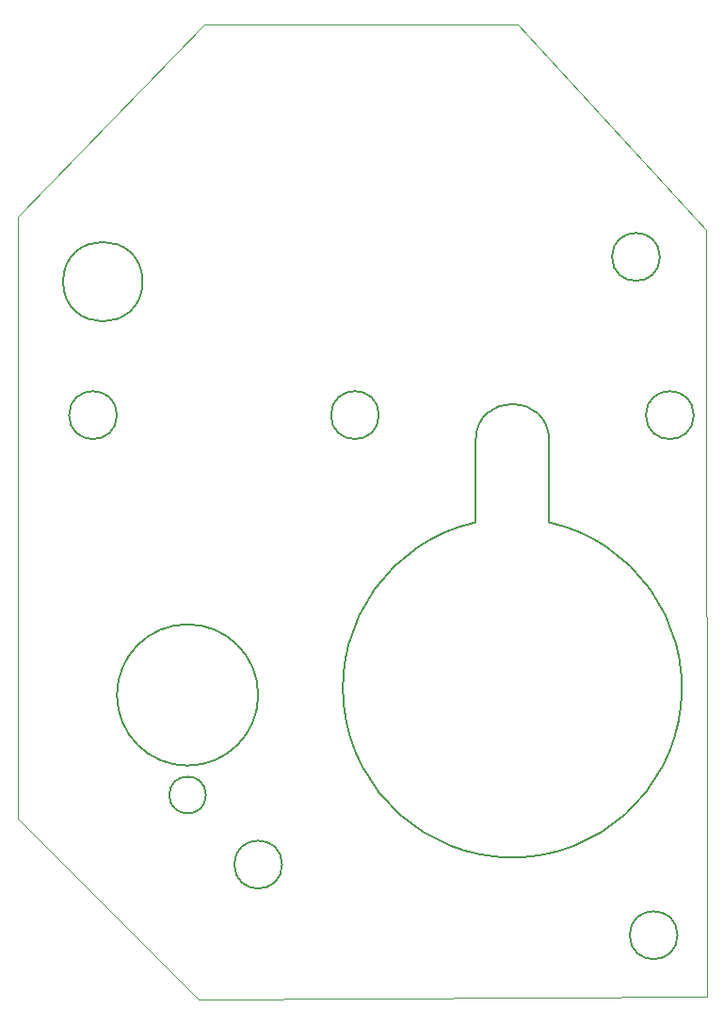
<source format=gbr>
%TF.GenerationSoftware,KiCad,Pcbnew,(6.0.7-1)-1*%
%TF.CreationDate,2023-10-30T16:26:36+10:00*%
%TF.ProjectId,Landing Gear Panel PCB V2,4c616e64-696e-4672-9047-656172205061,rev?*%
%TF.SameCoordinates,Original*%
%TF.FileFunction,Profile,NP*%
%FSLAX46Y46*%
G04 Gerber Fmt 4.6, Leading zero omitted, Abs format (unit mm)*
G04 Created by KiCad (PCBNEW (6.0.7-1)-1) date 2023-10-30 16:26:36*
%MOMM*%
%LPD*%
G01*
G04 APERTURE LIST*
%TA.AperFunction,Profile*%
%ADD10C,0.050000*%
%TD*%
%TA.AperFunction,Profile*%
%ADD11C,0.200000*%
%TD*%
G04 APERTURE END LIST*
D10*
X125831600Y-126593600D02*
X125882400Y-126593600D01*
X125831600Y-57658000D02*
X108915200Y-39166800D01*
X63906400Y-110540800D02*
X80162400Y-126796800D01*
D11*
X85547199Y-99441000D02*
G75*
G03*
X85547199Y-99441000I-6349999J0D01*
G01*
X105105199Y-83928017D02*
G75*
G03*
X111702278Y-83926482I3302001J-14877983D01*
G01*
D10*
X125882400Y-126593600D02*
X125831600Y-57658000D01*
D11*
X121672350Y-60071000D02*
G75*
G03*
X121672350Y-60071000I-2152650J0D01*
G01*
X124720350Y-74289123D02*
G75*
G03*
X124720350Y-74289123I-2152650J0D01*
G01*
X87699849Y-114681000D02*
G75*
G03*
X87699849Y-114681000I-2152649J0D01*
G01*
X123259850Y-121031000D02*
G75*
G03*
X123259850Y-121031000I-2152650J0D01*
G01*
X75148439Y-62293500D02*
G75*
G03*
X75148439Y-62293500I-3571239J0D01*
G01*
X111709199Y-76581000D02*
G75*
G03*
X105105201Y-76581000I-3301999J0D01*
G01*
X105105200Y-76581000D02*
X105105200Y-83928017D01*
D10*
X80162400Y-126796800D02*
X125831600Y-126593600D01*
D11*
X72843350Y-74289123D02*
G75*
G03*
X72843350Y-74289123I-2152650J0D01*
G01*
D10*
X63957200Y-56489600D02*
X63906400Y-110540800D01*
D11*
X96399349Y-74289123D02*
G75*
G03*
X96399349Y-74289123I-2152649J0D01*
G01*
D10*
X108915200Y-39166800D02*
X80721200Y-39166800D01*
D11*
X80848199Y-108432600D02*
G75*
G03*
X80848199Y-108432600I-1650999J0D01*
G01*
X111702278Y-83926482D02*
X111709200Y-76581000D01*
D10*
X80721200Y-39166800D02*
X63957200Y-56489600D01*
M02*

</source>
